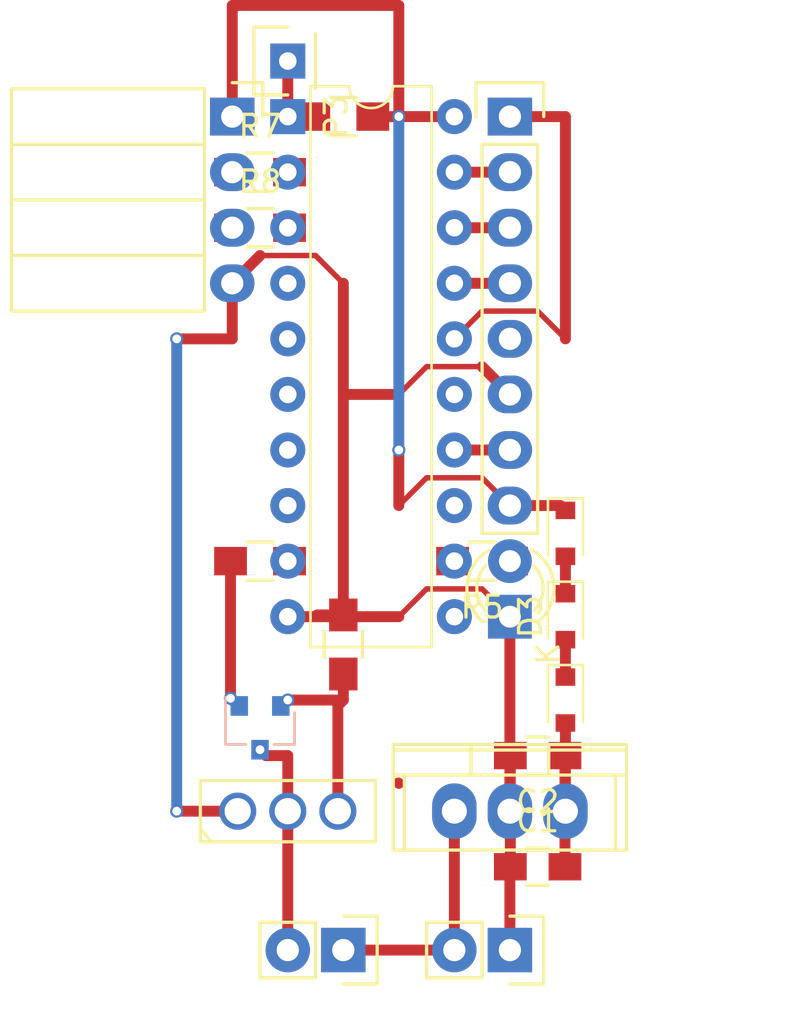
<source format=kicad_pcb>
(kicad_pcb (version 4) (host pcbnew 4.0.4+e1-6308~48~ubuntu16.04.1-stable)

  (general
    (links 39)
    (no_connects 0)
    (area 97.124999 70.125 126.825 123.015)
    (thickness 1.6)
    (drawings 0)
    (tracks 83)
    (zones 0)
    (modules 21)
    (nets 23)
  )

  (page A4)
  (layers
    (0 F.Cu signal)
    (31 B.Cu signal)
    (32 B.Adhes user)
    (33 F.Adhes user)
    (34 B.Paste user)
    (35 F.Paste user)
    (36 B.SilkS user)
    (37 F.SilkS user)
    (38 B.Mask user)
    (39 F.Mask user)
    (40 Dwgs.User user)
    (41 Cmts.User user)
    (42 Eco1.User user)
    (43 Eco2.User user)
    (44 Edge.Cuts user)
    (45 Margin user)
    (46 B.CrtYd user)
    (47 F.CrtYd user)
    (48 B.Fab user)
    (49 F.Fab user)
  )

  (setup
    (last_trace_width 0.25)
    (user_trace_width 0.5)
    (trace_clearance 0.2)
    (zone_clearance 0.508)
    (zone_45_only no)
    (trace_min 0.2)
    (segment_width 0.2)
    (edge_width 0.1)
    (via_size 0.6)
    (via_drill 0.4)
    (via_min_size 0.4)
    (via_min_drill 0.3)
    (uvia_size 0.3)
    (uvia_drill 0.1)
    (uvias_allowed no)
    (uvia_min_size 0.2)
    (uvia_min_drill 0.1)
    (pcb_text_width 0.3)
    (pcb_text_size 1.5 1.5)
    (mod_edge_width 0.15)
    (mod_text_size 1 1)
    (mod_text_width 0.15)
    (pad_size 1.6 1.6)
    (pad_drill 0.8)
    (pad_to_mask_clearance 0)
    (aux_axis_origin 0 0)
    (visible_elements FFFFEF7F)
    (pcbplotparams
      (layerselection 0x00030_80000001)
      (usegerberextensions false)
      (excludeedgelayer true)
      (linewidth 0.100000)
      (plotframeref false)
      (viasonmask false)
      (mode 1)
      (useauxorigin false)
      (hpglpennumber 1)
      (hpglpenspeed 20)
      (hpglpendiameter 15)
      (hpglpenoverlay 2)
      (psnegative false)
      (psa4output false)
      (plotreference true)
      (plotvalue true)
      (plotinvisibletext false)
      (padsonsilk false)
      (subtractmaskfromsilk false)
      (outputformat 1)
      (mirror false)
      (drillshape 0)
      (scaleselection 1)
      (outputdirectory ""))
  )

  (net 0 "")
  (net 1 GNDREF)
  (net 2 "Net-(C1-Pad2)")
  (net 3 "Net-(D1-Pad2)")
  (net 4 "Net-(IC1-Pad1)")
  (net 5 "Net-(IC1-Pad2)")
  (net 6 "Net-(IC1-Pad3)")
  (net 7 +12V)
  (net 8 "Net-(P4-Pad2)")
  (net 9 "Net-(Q1-Pad1)")
  (net 10 "Net-(Q1-Pad2)")
  (net 11 "Net-(IC1-Pad9)")
  (net 12 "Net-(IC1-Pad12)")
  (net 13 "Net-(P3-Pad3)")
  (net 14 "Net-(P3-Pad2)")
  (net 15 "Net-(D2-Pad1)")
  (net 16 "Net-(D3-Pad1)")
  (net 17 "Net-(D4-Pad1)")
  (net 18 "Net-(IC1-Pad14)")
  (net 19 "Net-(IC1-Pad16)")
  (net 20 "Net-(IC1-Pad17)")
  (net 21 "Net-(IC1-Pad18)")
  (net 22 "Net-(IC1-Pad19)")

  (net_class Default "This is the default net class."
    (clearance 0.2)
    (trace_width 0.25)
    (via_dia 0.6)
    (via_drill 0.4)
    (uvia_dia 0.3)
    (uvia_drill 0.1)
    (add_net +12V)
    (add_net GNDREF)
    (add_net "Net-(C1-Pad2)")
    (add_net "Net-(D1-Pad2)")
    (add_net "Net-(D2-Pad1)")
    (add_net "Net-(D3-Pad1)")
    (add_net "Net-(D4-Pad1)")
    (add_net "Net-(IC1-Pad1)")
    (add_net "Net-(IC1-Pad12)")
    (add_net "Net-(IC1-Pad14)")
    (add_net "Net-(IC1-Pad16)")
    (add_net "Net-(IC1-Pad17)")
    (add_net "Net-(IC1-Pad18)")
    (add_net "Net-(IC1-Pad19)")
    (add_net "Net-(IC1-Pad2)")
    (add_net "Net-(IC1-Pad3)")
    (add_net "Net-(IC1-Pad9)")
    (add_net "Net-(P3-Pad2)")
    (add_net "Net-(P3-Pad3)")
    (add_net "Net-(P4-Pad2)")
    (add_net "Net-(Q1-Pad1)")
    (add_net "Net-(Q1-Pad2)")
  )

  (module Socket_Strips:Socket_Strip_Straight_1x08 (layer F.Cu) (tedit 5872ADCB) (tstamp 5872AD92)
    (at 120.65 78.74 270)
    (descr "Through hole socket strip")
    (tags "socket strip")
    (path /5872C970)
    (fp_text reference P6 (at 0 -5.1 270) (layer F.SilkS) hide
      (effects (font (size 1 1) (thickness 0.15)))
    )
    (fp_text value CONN_01X08 (at 0 -3.1 270) (layer F.Fab) hide
      (effects (font (size 1 1) (thickness 0.15)))
    )
    (fp_line (start -1.75 -1.75) (end -1.75 1.75) (layer F.CrtYd) (width 0.05))
    (fp_line (start 19.55 -1.75) (end 19.55 1.75) (layer F.CrtYd) (width 0.05))
    (fp_line (start -1.75 -1.75) (end 19.55 -1.75) (layer F.CrtYd) (width 0.05))
    (fp_line (start -1.75 1.75) (end 19.55 1.75) (layer F.CrtYd) (width 0.05))
    (fp_line (start 1.27 1.27) (end 19.05 1.27) (layer F.SilkS) (width 0.15))
    (fp_line (start 19.05 1.27) (end 19.05 -1.27) (layer F.SilkS) (width 0.15))
    (fp_line (start 19.05 -1.27) (end 1.27 -1.27) (layer F.SilkS) (width 0.15))
    (fp_line (start -1.55 1.55) (end 0 1.55) (layer F.SilkS) (width 0.15))
    (fp_line (start 1.27 1.27) (end 1.27 -1.27) (layer F.SilkS) (width 0.15))
    (fp_line (start 0 -1.55) (end -1.55 -1.55) (layer F.SilkS) (width 0.15))
    (fp_line (start -1.55 -1.55) (end -1.55 1.55) (layer F.SilkS) (width 0.15))
    (pad 1 thru_hole rect (at 0 0 270) (size 1.7272 2.032) (drill 1.016) (layers *.Cu *.Mask)
      (net 19 "Net-(IC1-Pad16)"))
    (pad 2 thru_hole oval (at 2.54 0 270) (size 1.7272 2.032) (drill 1.016) (layers *.Cu *.Mask)
      (net 22 "Net-(IC1-Pad19)"))
    (pad 3 thru_hole oval (at 5.08 0 270) (size 1.7272 2.032) (drill 1.016) (layers *.Cu *.Mask)
      (net 21 "Net-(IC1-Pad18)"))
    (pad 4 thru_hole oval (at 7.62 0 270) (size 1.7272 2.032) (drill 1.016) (layers *.Cu *.Mask)
      (net 20 "Net-(IC1-Pad17)"))
    (pad 5 thru_hole oval (at 10.16 0 270) (size 1.7272 2.032) (drill 1.016) (layers *.Cu *.Mask))
    (pad 6 thru_hole oval (at 12.7 0 270) (size 1.7272 2.032) (drill 1.016) (layers *.Cu *.Mask)
      (net 1 GNDREF))
    (pad 7 thru_hole oval (at 15.24 0 270) (size 1.7272 2.032) (drill 1.016) (layers *.Cu *.Mask)
      (net 18 "Net-(IC1-Pad14)"))
    (pad 8 thru_hole oval (at 17.78 0 270) (size 1.7272 2.032) (drill 1.016) (layers *.Cu *.Mask)
      (net 17 "Net-(D4-Pad1)"))
    (model Socket_Strips.3dshapes/Socket_Strip_Straight_1x08.wrl
      (at (xyz 0.35 0 0))
      (scale (xyz 1 1 1))
      (rotate (xyz 0 0 180))
    )
  )

  (module Capacitors_SMD:C_0805_HandSoldering (layer F.Cu) (tedit 58776683) (tstamp 586CD454)
    (at 121.92 113.03)
    (descr "Capacitor SMD 0805, hand soldering")
    (tags "capacitor 0805")
    (path /586CC9D3)
    (attr smd)
    (fp_text reference C1 (at 0 -2.1) (layer F.SilkS)
      (effects (font (size 1 1) (thickness 0.15)))
    )
    (fp_text value 100n (at 3.81 0) (layer F.Fab)
      (effects (font (size 1 1) (thickness 0.15)))
    )
    (fp_line (start -1 0.625) (end -1 -0.625) (layer F.Fab) (width 0.15))
    (fp_line (start 1 0.625) (end -1 0.625) (layer F.Fab) (width 0.15))
    (fp_line (start 1 -0.625) (end 1 0.625) (layer F.Fab) (width 0.15))
    (fp_line (start -1 -0.625) (end 1 -0.625) (layer F.Fab) (width 0.15))
    (fp_line (start -2.3 -1) (end 2.3 -1) (layer F.CrtYd) (width 0.05))
    (fp_line (start -2.3 1) (end 2.3 1) (layer F.CrtYd) (width 0.05))
    (fp_line (start -2.3 -1) (end -2.3 1) (layer F.CrtYd) (width 0.05))
    (fp_line (start 2.3 -1) (end 2.3 1) (layer F.CrtYd) (width 0.05))
    (fp_line (start 0.5 -0.85) (end -0.5 -0.85) (layer F.SilkS) (width 0.15))
    (fp_line (start -0.5 0.85) (end 0.5 0.85) (layer F.SilkS) (width 0.15))
    (pad 1 smd rect (at -1.25 0) (size 1.5 1.25) (layers F.Cu F.Paste F.Mask)
      (net 1 GNDREF))
    (pad 2 smd rect (at 1.25 0) (size 1.5 1.25) (layers F.Cu F.Paste F.Mask)
      (net 2 "Net-(C1-Pad2)"))
    (model Capacitors_SMD.3dshapes/C_0805_HandSoldering.wrl
      (at (xyz 0 0 0))
      (scale (xyz 1 1 1))
      (rotate (xyz 0 0 0))
    )
  )

  (module Capacitors_SMD:C_0805_HandSoldering (layer F.Cu) (tedit 58776695) (tstamp 586CD464)
    (at 121.92 107.95 180)
    (descr "Capacitor SMD 0805, hand soldering")
    (tags "capacitor 0805")
    (path /586CD52B)
    (attr smd)
    (fp_text reference C2 (at 0 -2.1 180) (layer F.SilkS)
      (effects (font (size 1 1) (thickness 0.15)))
    )
    (fp_text value 10u (at -3.81 0 180) (layer F.Fab)
      (effects (font (size 1 1) (thickness 0.15)))
    )
    (fp_line (start -1 0.625) (end -1 -0.625) (layer F.Fab) (width 0.15))
    (fp_line (start 1 0.625) (end -1 0.625) (layer F.Fab) (width 0.15))
    (fp_line (start 1 -0.625) (end 1 0.625) (layer F.Fab) (width 0.15))
    (fp_line (start -1 -0.625) (end 1 -0.625) (layer F.Fab) (width 0.15))
    (fp_line (start -2.3 -1) (end 2.3 -1) (layer F.CrtYd) (width 0.05))
    (fp_line (start -2.3 1) (end 2.3 1) (layer F.CrtYd) (width 0.05))
    (fp_line (start -2.3 -1) (end -2.3 1) (layer F.CrtYd) (width 0.05))
    (fp_line (start 2.3 -1) (end 2.3 1) (layer F.CrtYd) (width 0.05))
    (fp_line (start 0.5 -0.85) (end -0.5 -0.85) (layer F.SilkS) (width 0.15))
    (fp_line (start -0.5 0.85) (end 0.5 0.85) (layer F.SilkS) (width 0.15))
    (pad 1 smd rect (at -1.25 0 180) (size 1.5 1.25) (layers F.Cu F.Paste F.Mask)
      (net 2 "Net-(C1-Pad2)"))
    (pad 2 smd rect (at 1.25 0 180) (size 1.5 1.25) (layers F.Cu F.Paste F.Mask)
      (net 1 GNDREF))
    (model Capacitors_SMD.3dshapes/C_0805_HandSoldering.wrl
      (at (xyz 0 0 0))
      (scale (xyz 1 1 1))
      (rotate (xyz 0 0 0))
    )
  )

  (module LEDs:LED-3MM (layer F.Cu) (tedit 58776742) (tstamp 586CD475)
    (at 120.65 101.6 90)
    (descr "LED 3mm round vertical")
    (tags "LED  3mm round vertical")
    (path /586CBA72)
    (fp_text reference D1 (at 1.91 3.06 90) (layer F.SilkS) hide
      (effects (font (size 1 1) (thickness 0.15)))
    )
    (fp_text value LED (at -1.27 0 180) (layer F.Fab)
      (effects (font (size 1 1) (thickness 0.15)))
    )
    (fp_line (start -1.2 2.3) (end 3.8 2.3) (layer F.CrtYd) (width 0.05))
    (fp_line (start 3.8 2.3) (end 3.8 -2.2) (layer F.CrtYd) (width 0.05))
    (fp_line (start 3.8 -2.2) (end -1.2 -2.2) (layer F.CrtYd) (width 0.05))
    (fp_line (start -1.2 -2.2) (end -1.2 2.3) (layer F.CrtYd) (width 0.05))
    (fp_line (start -0.199 1.314) (end -0.199 1.114) (layer F.SilkS) (width 0.15))
    (fp_line (start -0.199 -1.28) (end -0.199 -1.1) (layer F.SilkS) (width 0.15))
    (fp_arc (start 1.301 0.034) (end -0.199 -1.286) (angle 108.5) (layer F.SilkS) (width 0.15))
    (fp_arc (start 1.301 0.034) (end 0.25 -1.1) (angle 85.7) (layer F.SilkS) (width 0.15))
    (fp_arc (start 1.311 0.034) (end 3.051 0.994) (angle 110) (layer F.SilkS) (width 0.15))
    (fp_arc (start 1.301 0.034) (end 2.335 1.094) (angle 87.5) (layer F.SilkS) (width 0.15))
    (fp_text user K (at -1.69 1.74 90) (layer F.SilkS)
      (effects (font (size 1 1) (thickness 0.15)))
    )
    (pad 1 thru_hole rect (at 0 0 180) (size 2 2) (drill 1.00076) (layers *.Cu *.Mask)
      (net 1 GNDREF))
    (pad 2 thru_hole circle (at 2.54 0 90) (size 2 2) (drill 1.00076) (layers *.Cu *.Mask)
      (net 3 "Net-(D1-Pad2)"))
    (model LEDs.3dshapes/LED-3MM.wrl
      (at (xyz 0.05 0 0))
      (scale (xyz 1 1 1))
      (rotate (xyz 0 0 90))
    )
  )

  (module Socket_Strips:Socket_Strip_Angled_1x04 (layer F.Cu) (tedit 58776719) (tstamp 586CD4BD)
    (at 107.95 78.74 270)
    (descr "Through hole socket strip")
    (tags "socket strip")
    (path /586CB60B)
    (fp_text reference P3 (at 0 -4.75 270) (layer F.SilkS)
      (effects (font (size 1 1) (thickness 0.15)))
    )
    (fp_text value "UART connector" (at 3.81 7.62 270) (layer F.Fab)
      (effects (font (size 1 1) (thickness 0.15)))
    )
    (fp_line (start -1.75 -1.5) (end -1.75 10.6) (layer F.CrtYd) (width 0.05))
    (fp_line (start 9.4 -1.5) (end 9.4 10.6) (layer F.CrtYd) (width 0.05))
    (fp_line (start -1.75 -1.5) (end 9.4 -1.5) (layer F.CrtYd) (width 0.05))
    (fp_line (start -1.75 10.6) (end 9.4 10.6) (layer F.CrtYd) (width 0.05))
    (fp_line (start 8.89 10.1) (end 8.89 1.27) (layer F.SilkS) (width 0.15))
    (fp_line (start 6.35 10.1) (end 8.89 10.1) (layer F.SilkS) (width 0.15))
    (fp_line (start 6.35 1.27) (end 8.89 1.27) (layer F.SilkS) (width 0.15))
    (fp_line (start 3.81 1.27) (end 6.35 1.27) (layer F.SilkS) (width 0.15))
    (fp_line (start 3.81 10.1) (end 6.35 10.1) (layer F.SilkS) (width 0.15))
    (fp_line (start 6.35 10.1) (end 6.35 1.27) (layer F.SilkS) (width 0.15))
    (fp_line (start 3.81 10.1) (end 3.81 1.27) (layer F.SilkS) (width 0.15))
    (fp_line (start 1.27 10.1) (end 3.81 10.1) (layer F.SilkS) (width 0.15))
    (fp_line (start 1.27 1.27) (end 1.27 10.1) (layer F.SilkS) (width 0.15))
    (fp_line (start 1.27 1.27) (end 3.81 1.27) (layer F.SilkS) (width 0.15))
    (fp_line (start -1.27 1.27) (end 1.27 1.27) (layer F.SilkS) (width 0.15))
    (fp_line (start 0 -1.4) (end -1.55 -1.4) (layer F.SilkS) (width 0.15))
    (fp_line (start -1.55 -1.4) (end -1.55 0) (layer F.SilkS) (width 0.15))
    (fp_line (start -1.27 1.27) (end -1.27 10.1) (layer F.SilkS) (width 0.15))
    (fp_line (start -1.27 10.1) (end 1.27 10.1) (layer F.SilkS) (width 0.15))
    (fp_line (start 1.27 10.1) (end 1.27 1.27) (layer F.SilkS) (width 0.15))
    (pad 1 thru_hole rect (at 0 0 270) (size 1.7272 2.032) (drill 1.016) (layers *.Cu *.Mask)
      (net 17 "Net-(D4-Pad1)"))
    (pad 2 thru_hole oval (at 2.54 0 270) (size 1.7272 2.032) (drill 1.016) (layers *.Cu *.Mask)
      (net 14 "Net-(P3-Pad2)"))
    (pad 3 thru_hole oval (at 5.08 0 270) (size 1.7272 2.032) (drill 1.016) (layers *.Cu *.Mask)
      (net 13 "Net-(P3-Pad3)"))
    (pad 4 thru_hole oval (at 7.62 0 270) (size 1.7272 2.032) (drill 1.016) (layers *.Cu *.Mask)
      (net 1 GNDREF))
    (model Socket_Strips.3dshapes/Socket_Strip_Angled_1x04.wrl
      (at (xyz 0.15 0 0))
      (scale (xyz 1 1 1))
      (rotate (xyz 0 0 180))
    )
  )

  (module Socket_Strips:Socket_Strip_Straight_1x02 (layer F.Cu) (tedit 587766A2) (tstamp 586CD4CE)
    (at 113.03 116.84 180)
    (descr "Through hole socket strip")
    (tags "socket strip")
    (path /586CC392)
    (fp_text reference P4 (at 0 -5.1 180) (layer F.SilkS) hide
      (effects (font (size 1 1) (thickness 0.15)))
    )
    (fp_text value Lock (at 2.54 -2.54 180) (layer F.Fab)
      (effects (font (size 1 1) (thickness 0.15)))
    )
    (fp_line (start -1.55 1.55) (end 0 1.55) (layer F.SilkS) (width 0.15))
    (fp_line (start 3.81 1.27) (end 1.27 1.27) (layer F.SilkS) (width 0.15))
    (fp_line (start -1.75 -1.75) (end -1.75 1.75) (layer F.CrtYd) (width 0.05))
    (fp_line (start 4.3 -1.75) (end 4.3 1.75) (layer F.CrtYd) (width 0.05))
    (fp_line (start -1.75 -1.75) (end 4.3 -1.75) (layer F.CrtYd) (width 0.05))
    (fp_line (start -1.75 1.75) (end 4.3 1.75) (layer F.CrtYd) (width 0.05))
    (fp_line (start 1.27 1.27) (end 1.27 -1.27) (layer F.SilkS) (width 0.15))
    (fp_line (start 0 -1.55) (end -1.55 -1.55) (layer F.SilkS) (width 0.15))
    (fp_line (start -1.55 -1.55) (end -1.55 1.55) (layer F.SilkS) (width 0.15))
    (fp_line (start 1.27 -1.27) (end 3.81 -1.27) (layer F.SilkS) (width 0.15))
    (fp_line (start 3.81 -1.27) (end 3.81 1.27) (layer F.SilkS) (width 0.15))
    (pad 1 thru_hole rect (at 0 0 180) (size 2.032 2.032) (drill 1.016) (layers *.Cu *.Mask)
      (net 7 +12V))
    (pad 2 thru_hole oval (at 2.54 0 180) (size 2.032 2.032) (drill 1.016) (layers *.Cu *.Mask)
      (net 8 "Net-(P4-Pad2)"))
    (model Socket_Strips.3dshapes/Socket_Strip_Straight_1x02.wrl
      (at (xyz 0.05 0 0))
      (scale (xyz 1 1 1))
      (rotate (xyz 0 0 180))
    )
  )

  (module TO_SOT_Packages_SMD:SOT-23 (layer B.Cu) (tedit 5877676F) (tstamp 586CD4E1)
    (at 109.22 106.68 270)
    (descr "SOT-23, Standard")
    (tags SOT-23)
    (path /586CBFDF)
    (attr smd)
    (fp_text reference Q1 (at 0 2.5 270) (layer B.SilkS) hide
      (effects (font (size 1 1) (thickness 0.15)) (justify mirror))
    )
    (fp_text value BC817-40 (at 0 6.35 360) (layer B.CrtYd)
      (effects (font (size 1 1) (thickness 0.15)) (justify mirror))
    )
    (fp_line (start 0.76 -1.58) (end 0.76 -0.65) (layer B.SilkS) (width 0.12))
    (fp_line (start 0.76 1.58) (end 0.76 0.65) (layer B.SilkS) (width 0.12))
    (fp_line (start 0.7 1.52) (end 0.7 -1.52) (layer B.Fab) (width 0.15))
    (fp_line (start -0.7 -1.52) (end 0.7 -1.52) (layer B.Fab) (width 0.15))
    (fp_line (start -1.7 1.75) (end 1.7 1.75) (layer B.CrtYd) (width 0.05))
    (fp_line (start 1.7 1.75) (end 1.7 -1.75) (layer B.CrtYd) (width 0.05))
    (fp_line (start 1.7 -1.75) (end -1.7 -1.75) (layer B.CrtYd) (width 0.05))
    (fp_line (start -1.7 -1.75) (end -1.7 1.75) (layer B.CrtYd) (width 0.05))
    (fp_line (start 0.76 1.58) (end -1.4 1.58) (layer B.SilkS) (width 0.12))
    (fp_line (start -0.7 1.52) (end 0.7 1.52) (layer B.Fab) (width 0.15))
    (fp_line (start -0.7 1.52) (end -0.7 -1.52) (layer B.Fab) (width 0.15))
    (fp_line (start 0.76 -1.58) (end -0.7 -1.58) (layer B.SilkS) (width 0.12))
    (pad 1 smd rect (at -1 0.95 270) (size 0.9 0.8) (layers B.Cu B.Paste B.Mask)
      (net 9 "Net-(Q1-Pad1)"))
    (pad 2 smd rect (at -1 -0.95 270) (size 0.9 0.8) (layers B.Cu B.Paste B.Mask)
      (net 10 "Net-(Q1-Pad2)"))
    (pad 3 smd rect (at 1 0 270) (size 0.9 0.8) (layers B.Cu B.Paste B.Mask)
      (net 8 "Net-(P4-Pad2)"))
    (model TO_SOT_Packages_SMD.3dshapes/SOT-23.wrl
      (at (xyz 0 0 0))
      (scale (xyz 1 1 1))
      (rotate (xyz 0 0 90))
    )
  )

  (module Resistors_SMD:R_0805_HandSoldering (layer F.Cu) (tedit 5872ADD1) (tstamp 586CD511)
    (at 113.03 78.74)
    (descr "Resistor SMD 0805, hand soldering")
    (tags "resistor 0805")
    (path /586CB274)
    (attr smd)
    (fp_text reference R3 (at 0 -2.1) (layer F.SilkS) hide
      (effects (font (size 1 1) (thickness 0.15)))
    )
    (fp_text value 10K (at 0 2.1) (layer F.Fab)
      (effects (font (size 1 1) (thickness 0.15)))
    )
    (fp_line (start -1 0.625) (end -1 -0.625) (layer F.Fab) (width 0.1))
    (fp_line (start 1 0.625) (end -1 0.625) (layer F.Fab) (width 0.1))
    (fp_line (start 1 -0.625) (end 1 0.625) (layer F.Fab) (width 0.1))
    (fp_line (start -1 -0.625) (end 1 -0.625) (layer F.Fab) (width 0.1))
    (fp_line (start -2.4 -1) (end 2.4 -1) (layer F.CrtYd) (width 0.05))
    (fp_line (start -2.4 1) (end 2.4 1) (layer F.CrtYd) (width 0.05))
    (fp_line (start -2.4 -1) (end -2.4 1) (layer F.CrtYd) (width 0.05))
    (fp_line (start 2.4 -1) (end 2.4 1) (layer F.CrtYd) (width 0.05))
    (fp_line (start 0.6 0.875) (end -0.6 0.875) (layer F.SilkS) (width 0.15))
    (fp_line (start -0.6 -0.875) (end 0.6 -0.875) (layer F.SilkS) (width 0.15))
    (pad 1 smd rect (at -1.35 0) (size 1.5 1.3) (layers F.Cu F.Paste F.Mask)
      (net 4 "Net-(IC1-Pad1)"))
    (pad 2 smd rect (at 1.35 0) (size 1.5 1.3) (layers F.Cu F.Paste F.Mask)
      (net 17 "Net-(D4-Pad1)"))
    (model Resistors_SMD.3dshapes/R_0805_HandSoldering.wrl
      (at (xyz 0 0 0))
      (scale (xyz 1 1 1))
      (rotate (xyz 0 0 0))
    )
  )

  (module Resistors_SMD:R_0805_HandSoldering (layer F.Cu) (tedit 587766E1) (tstamp 586CD521)
    (at 109.22 99.06)
    (descr "Resistor SMD 0805, hand soldering")
    (tags "resistor 0805")
    (path /586CBE5D)
    (attr smd)
    (fp_text reference R4 (at 0 -2.1) (layer F.SilkS) hide
      (effects (font (size 1 1) (thickness 0.15)))
    )
    (fp_text value 1K (at -1.27 -1.27) (layer F.Fab)
      (effects (font (size 1 1) (thickness 0.15)))
    )
    (fp_line (start -1 0.625) (end -1 -0.625) (layer F.Fab) (width 0.1))
    (fp_line (start 1 0.625) (end -1 0.625) (layer F.Fab) (width 0.1))
    (fp_line (start 1 -0.625) (end 1 0.625) (layer F.Fab) (width 0.1))
    (fp_line (start -1 -0.625) (end 1 -0.625) (layer F.Fab) (width 0.1))
    (fp_line (start -2.4 -1) (end 2.4 -1) (layer F.CrtYd) (width 0.05))
    (fp_line (start -2.4 1) (end 2.4 1) (layer F.CrtYd) (width 0.05))
    (fp_line (start -2.4 -1) (end -2.4 1) (layer F.CrtYd) (width 0.05))
    (fp_line (start 2.4 -1) (end 2.4 1) (layer F.CrtYd) (width 0.05))
    (fp_line (start 0.6 0.875) (end -0.6 0.875) (layer F.SilkS) (width 0.15))
    (fp_line (start -0.6 -0.875) (end 0.6 -0.875) (layer F.SilkS) (width 0.15))
    (pad 1 smd rect (at -1.35 0) (size 1.5 1.3) (layers F.Cu F.Paste F.Mask)
      (net 9 "Net-(Q1-Pad1)"))
    (pad 2 smd rect (at 1.35 0) (size 1.5 1.3) (layers F.Cu F.Paste F.Mask)
      (net 11 "Net-(IC1-Pad9)"))
    (model Resistors_SMD.3dshapes/R_0805_HandSoldering.wrl
      (at (xyz 0 0 0))
      (scale (xyz 1 1 1))
      (rotate (xyz 0 0 0))
    )
  )

  (module Resistors_SMD:R_0805_HandSoldering (layer F.Cu) (tedit 5877672D) (tstamp 586CD531)
    (at 119.38 99.06 180)
    (descr "Resistor SMD 0805, hand soldering")
    (tags "resistor 0805")
    (path /586CBCA1)
    (attr smd)
    (fp_text reference R5 (at 0 -2.1 180) (layer F.SilkS)
      (effects (font (size 1 1) (thickness 0.15)))
    )
    (fp_text value 220R (at 2.54 0 180) (layer F.Fab)
      (effects (font (size 1 1) (thickness 0.15)))
    )
    (fp_line (start -1 0.625) (end -1 -0.625) (layer F.Fab) (width 0.1))
    (fp_line (start 1 0.625) (end -1 0.625) (layer F.Fab) (width 0.1))
    (fp_line (start 1 -0.625) (end 1 0.625) (layer F.Fab) (width 0.1))
    (fp_line (start -1 -0.625) (end 1 -0.625) (layer F.Fab) (width 0.1))
    (fp_line (start -2.4 -1) (end 2.4 -1) (layer F.CrtYd) (width 0.05))
    (fp_line (start -2.4 1) (end 2.4 1) (layer F.CrtYd) (width 0.05))
    (fp_line (start -2.4 -1) (end -2.4 1) (layer F.CrtYd) (width 0.05))
    (fp_line (start 2.4 -1) (end 2.4 1) (layer F.CrtYd) (width 0.05))
    (fp_line (start 0.6 0.875) (end -0.6 0.875) (layer F.SilkS) (width 0.15))
    (fp_line (start -0.6 -0.875) (end 0.6 -0.875) (layer F.SilkS) (width 0.15))
    (pad 1 smd rect (at -1.35 0 180) (size 1.5 1.3) (layers F.Cu F.Paste F.Mask)
      (net 3 "Net-(D1-Pad2)"))
    (pad 2 smd rect (at 1.35 0 180) (size 1.5 1.3) (layers F.Cu F.Paste F.Mask)
      (net 12 "Net-(IC1-Pad12)"))
    (model Resistors_SMD.3dshapes/R_0805_HandSoldering.wrl
      (at (xyz 0 0 0))
      (scale (xyz 1 1 1))
      (rotate (xyz 0 0 0))
    )
  )

  (module Resistors_SMD:R_0805_HandSoldering (layer F.Cu) (tedit 587766E5) (tstamp 586CD541)
    (at 113.03 102.87 270)
    (descr "Resistor SMD 0805, hand soldering")
    (tags "resistor 0805")
    (path /586CC10A)
    (attr smd)
    (fp_text reference R6 (at 0 -2.1 270) (layer F.SilkS) hide
      (effects (font (size 1 1) (thickness 0.15)))
    )
    (fp_text value 10K (at -3.81 0 270) (layer F.Fab)
      (effects (font (size 1 1) (thickness 0.15)))
    )
    (fp_line (start -1 0.625) (end -1 -0.625) (layer F.Fab) (width 0.1))
    (fp_line (start 1 0.625) (end -1 0.625) (layer F.Fab) (width 0.1))
    (fp_line (start 1 -0.625) (end 1 0.625) (layer F.Fab) (width 0.1))
    (fp_line (start -1 -0.625) (end 1 -0.625) (layer F.Fab) (width 0.1))
    (fp_line (start -2.4 -1) (end 2.4 -1) (layer F.CrtYd) (width 0.05))
    (fp_line (start -2.4 1) (end 2.4 1) (layer F.CrtYd) (width 0.05))
    (fp_line (start -2.4 -1) (end -2.4 1) (layer F.CrtYd) (width 0.05))
    (fp_line (start 2.4 -1) (end 2.4 1) (layer F.CrtYd) (width 0.05))
    (fp_line (start 0.6 0.875) (end -0.6 0.875) (layer F.SilkS) (width 0.15))
    (fp_line (start -0.6 -0.875) (end 0.6 -0.875) (layer F.SilkS) (width 0.15))
    (pad 1 smd rect (at -1.35 0 270) (size 1.5 1.3) (layers F.Cu F.Paste F.Mask)
      (net 1 GNDREF))
    (pad 2 smd rect (at 1.35 0 270) (size 1.5 1.3) (layers F.Cu F.Paste F.Mask)
      (net 10 "Net-(Q1-Pad2)"))
    (model Resistors_SMD.3dshapes/R_0805_HandSoldering.wrl
      (at (xyz 0 0 0))
      (scale (xyz 1 1 1))
      (rotate (xyz 0 0 0))
    )
  )

  (module Housings_DIP:DIP-20_W7.62mm (layer F.Cu) (tedit 5877666B) (tstamp 586CD66F)
    (at 110.49 78.74)
    (descr "20-lead dip package, row spacing 7.62 mm (300 mils)")
    (tags "DIL DIP PDIP 2.54mm 7.62mm 300mil")
    (path /586CAB22)
    (fp_text reference IC1 (at 3.81 -2.39) (layer F.SilkS) hide
      (effects (font (size 1 1) (thickness 0.15)))
    )
    (fp_text value ATTINY2313-P (at 3.81 11.43 90) (layer F.Fab)
      (effects (font (size 1 1) (thickness 0.15)))
    )
    (fp_arc (start 3.81 -1.39) (end 2.81 -1.39) (angle -180) (layer F.SilkS) (width 0.12))
    (fp_line (start 1.635 -1.27) (end 6.985 -1.27) (layer F.Fab) (width 0.1))
    (fp_line (start 6.985 -1.27) (end 6.985 24.13) (layer F.Fab) (width 0.1))
    (fp_line (start 6.985 24.13) (end 0.635 24.13) (layer F.Fab) (width 0.1))
    (fp_line (start 0.635 24.13) (end 0.635 -0.27) (layer F.Fab) (width 0.1))
    (fp_line (start 0.635 -0.27) (end 1.635 -1.27) (layer F.Fab) (width 0.1))
    (fp_line (start 2.81 -1.39) (end 1.04 -1.39) (layer F.SilkS) (width 0.12))
    (fp_line (start 1.04 -1.39) (end 1.04 24.25) (layer F.SilkS) (width 0.12))
    (fp_line (start 1.04 24.25) (end 6.58 24.25) (layer F.SilkS) (width 0.12))
    (fp_line (start 6.58 24.25) (end 6.58 -1.39) (layer F.SilkS) (width 0.12))
    (fp_line (start 6.58 -1.39) (end 4.81 -1.39) (layer F.SilkS) (width 0.12))
    (fp_line (start -1.1 -1.6) (end -1.1 24.4) (layer F.CrtYd) (width 0.05))
    (fp_line (start -1.1 24.4) (end 8.7 24.4) (layer F.CrtYd) (width 0.05))
    (fp_line (start 8.7 24.4) (end 8.7 -1.6) (layer F.CrtYd) (width 0.05))
    (fp_line (start 8.7 -1.6) (end -1.1 -1.6) (layer F.CrtYd) (width 0.05))
    (pad 1 thru_hole rect (at 0 0) (size 1.6 1.6) (drill 0.8) (layers *.Cu *.Mask)
      (net 4 "Net-(IC1-Pad1)"))
    (pad 11 thru_hole oval (at 7.62 22.86) (size 1.6 1.6) (drill 0.8) (layers *.Cu *.Mask))
    (pad 2 thru_hole oval (at 0 2.54) (size 1.6 1.6) (drill 0.8) (layers *.Cu *.Mask)
      (net 5 "Net-(IC1-Pad2)"))
    (pad 12 thru_hole oval (at 7.62 20.32) (size 1.6 1.6) (drill 0.8) (layers *.Cu *.Mask)
      (net 12 "Net-(IC1-Pad12)"))
    (pad 3 thru_hole oval (at 0 5.08) (size 1.6 1.6) (drill 0.8) (layers *.Cu *.Mask)
      (net 6 "Net-(IC1-Pad3)"))
    (pad 13 thru_hole oval (at 7.62 17.78) (size 1.6 1.6) (drill 0.8) (layers *.Cu *.Mask))
    (pad 4 thru_hole oval (at 0 7.62) (size 1.6 1.6) (drill 0.8) (layers *.Cu *.Mask))
    (pad 14 thru_hole oval (at 7.62 15.24) (size 1.6 1.6) (drill 0.8) (layers *.Cu *.Mask)
      (net 18 "Net-(IC1-Pad14)"))
    (pad 5 thru_hole oval (at 0 10.16) (size 1.6 1.6) (drill 0.8) (layers *.Cu *.Mask))
    (pad 15 thru_hole oval (at 7.62 12.7) (size 1.6 1.6) (drill 0.8) (layers *.Cu *.Mask))
    (pad 6 thru_hole oval (at 0 12.7) (size 1.6 1.6) (drill 0.8) (layers *.Cu *.Mask))
    (pad 16 thru_hole oval (at 7.62 10.16) (size 1.6 1.6) (drill 0.8) (layers *.Cu *.Mask)
      (net 19 "Net-(IC1-Pad16)"))
    (pad 7 thru_hole oval (at 0 15.24) (size 1.6 1.6) (drill 0.8) (layers *.Cu *.Mask))
    (pad 17 thru_hole oval (at 7.62 7.62) (size 1.6 1.6) (drill 0.8) (layers *.Cu *.Mask)
      (net 20 "Net-(IC1-Pad17)"))
    (pad 8 thru_hole oval (at 0 17.78) (size 1.6 1.6) (drill 0.8) (layers *.Cu *.Mask))
    (pad 18 thru_hole oval (at 7.62 5.08) (size 1.6 1.6) (drill 0.8) (layers *.Cu *.Mask)
      (net 21 "Net-(IC1-Pad18)"))
    (pad 9 thru_hole oval (at 0 20.32) (size 1.6 1.6) (drill 0.8) (layers *.Cu *.Mask)
      (net 11 "Net-(IC1-Pad9)"))
    (pad 19 thru_hole oval (at 7.62 2.54) (size 1.6 1.6) (drill 0.8) (layers *.Cu *.Mask)
      (net 22 "Net-(IC1-Pad19)"))
    (pad 10 thru_hole oval (at 0 22.86) (size 1.6 1.6) (drill 0.8) (layers *.Cu *.Mask)
      (net 1 GNDREF))
    (pad 20 thru_hole oval (at 7.62 0) (size 1.6 1.6) (drill 0.8) (layers *.Cu *.Mask)
      (net 17 "Net-(D4-Pad1)"))
    (model Housings_DIP.3dshapes/DIP-20_W7.62mm.wrl
      (at (xyz 0 0 0))
      (scale (xyz 1 1 1))
      (rotate (xyz 0 0 0))
    )
  )

  (module Resistors_SMD:R_0805_HandSoldering (layer F.Cu) (tedit 586CD7BC) (tstamp 586CDA99)
    (at 109.22 81.28)
    (descr "Resistor SMD 0805, hand soldering")
    (tags "resistor 0805")
    (path /586CD78B)
    (attr smd)
    (fp_text reference R7 (at 0 -2.1) (layer F.SilkS)
      (effects (font (size 1 1) (thickness 0.15)))
    )
    (fp_text value 220R (at -5.08 0) (layer F.Fab)
      (effects (font (size 1 1) (thickness 0.15)))
    )
    (fp_line (start -1 0.625) (end -1 -0.625) (layer F.Fab) (width 0.1))
    (fp_line (start 1 0.625) (end -1 0.625) (layer F.Fab) (width 0.1))
    (fp_line (start 1 -0.625) (end 1 0.625) (layer F.Fab) (width 0.1))
    (fp_line (start -1 -0.625) (end 1 -0.625) (layer F.Fab) (width 0.1))
    (fp_line (start -2.4 -1) (end 2.4 -1) (layer F.CrtYd) (width 0.05))
    (fp_line (start -2.4 1) (end 2.4 1) (layer F.CrtYd) (width 0.05))
    (fp_line (start -2.4 -1) (end -2.4 1) (layer F.CrtYd) (width 0.05))
    (fp_line (start 2.4 -1) (end 2.4 1) (layer F.CrtYd) (width 0.05))
    (fp_line (start 0.6 0.875) (end -0.6 0.875) (layer F.SilkS) (width 0.15))
    (fp_line (start -0.6 -0.875) (end 0.6 -0.875) (layer F.SilkS) (width 0.15))
    (pad 1 smd rect (at -1.35 0) (size 1.5 1.3) (layers F.Cu F.Paste F.Mask)
      (net 14 "Net-(P3-Pad2)"))
    (pad 2 smd rect (at 1.35 0) (size 1.5 1.3) (layers F.Cu F.Paste F.Mask)
      (net 5 "Net-(IC1-Pad2)"))
    (model Resistors_SMD.3dshapes/R_0805_HandSoldering.wrl
      (at (xyz 0 0 0))
      (scale (xyz 1 1 1))
      (rotate (xyz 0 0 0))
    )
  )

  (module Resistors_SMD:R_0805_HandSoldering (layer F.Cu) (tedit 586CD7B6) (tstamp 586CDAA9)
    (at 109.22 83.82)
    (descr "Resistor SMD 0805, hand soldering")
    (tags "resistor 0805")
    (path /586CD7E9)
    (attr smd)
    (fp_text reference R8 (at 0 -2.1) (layer F.SilkS)
      (effects (font (size 1 1) (thickness 0.15)))
    )
    (fp_text value 220R (at -5.08 0) (layer F.Fab)
      (effects (font (size 1 1) (thickness 0.15)))
    )
    (fp_line (start -1 0.625) (end -1 -0.625) (layer F.Fab) (width 0.1))
    (fp_line (start 1 0.625) (end -1 0.625) (layer F.Fab) (width 0.1))
    (fp_line (start 1 -0.625) (end 1 0.625) (layer F.Fab) (width 0.1))
    (fp_line (start -1 -0.625) (end 1 -0.625) (layer F.Fab) (width 0.1))
    (fp_line (start -2.4 -1) (end 2.4 -1) (layer F.CrtYd) (width 0.05))
    (fp_line (start -2.4 1) (end 2.4 1) (layer F.CrtYd) (width 0.05))
    (fp_line (start -2.4 -1) (end -2.4 1) (layer F.CrtYd) (width 0.05))
    (fp_line (start 2.4 -1) (end 2.4 1) (layer F.CrtYd) (width 0.05))
    (fp_line (start 0.6 0.875) (end -0.6 0.875) (layer F.SilkS) (width 0.15))
    (fp_line (start -0.6 -0.875) (end 0.6 -0.875) (layer F.SilkS) (width 0.15))
    (pad 1 smd rect (at -1.35 0) (size 1.5 1.3) (layers F.Cu F.Paste F.Mask)
      (net 13 "Net-(P3-Pad3)"))
    (pad 2 smd rect (at 1.35 0) (size 1.5 1.3) (layers F.Cu F.Paste F.Mask)
      (net 6 "Net-(IC1-Pad3)"))
    (model Resistors_SMD.3dshapes/R_0805_HandSoldering.wrl
      (at (xyz 0 0 0))
      (scale (xyz 1 1 1))
      (rotate (xyz 0 0 0))
    )
  )

  (module Diodes_SMD:D_0805 (layer F.Cu) (tedit 58776757) (tstamp 586CF1B0)
    (at 123.19 105.41 270)
    (descr "Diode SMD in 0805 package")
    (tags "smd diode")
    (path /586CF54E)
    (attr smd)
    (fp_text reference D2 (at 0 1.6 270) (layer F.SilkS) hide
      (effects (font (size 1 1) (thickness 0.15)))
    )
    (fp_text value D (at 0 -1.6 270) (layer F.Fab) hide
      (effects (font (size 1 1) (thickness 0.15)))
    )
    (fp_line (start -1.6 -0.8) (end -1.6 0.8) (layer F.SilkS) (width 0.12))
    (fp_line (start -1.7 0.88) (end -1.7 -0.88) (layer F.CrtYd) (width 0.05))
    (fp_line (start 1.7 0.88) (end -1.7 0.88) (layer F.CrtYd) (width 0.05))
    (fp_line (start 1.7 -0.88) (end 1.7 0.88) (layer F.CrtYd) (width 0.05))
    (fp_line (start -1.7 -0.88) (end 1.7 -0.88) (layer F.CrtYd) (width 0.05))
    (fp_line (start 0.2 0) (end 0.4 0) (layer F.Fab) (width 0.1))
    (fp_line (start -0.1 0) (end -0.3 0) (layer F.Fab) (width 0.1))
    (fp_line (start -0.1 -0.2) (end -0.1 0.2) (layer F.Fab) (width 0.1))
    (fp_line (start 0.2 0.2) (end 0.2 -0.2) (layer F.Fab) (width 0.1))
    (fp_line (start -0.1 0) (end 0.2 0.2) (layer F.Fab) (width 0.1))
    (fp_line (start 0.2 -0.2) (end -0.1 0) (layer F.Fab) (width 0.1))
    (fp_line (start -1 0.625) (end -1 -0.625) (layer F.Fab) (width 0.12))
    (fp_line (start 1 0.625) (end -1 0.625) (layer F.Fab) (width 0.12))
    (fp_line (start 1 -0.625) (end 1 0.625) (layer F.Fab) (width 0.12))
    (fp_line (start -1 -0.625) (end 1 -0.625) (layer F.Fab) (width 0.12))
    (fp_line (start -1.6 0.8) (end 1 0.8) (layer F.SilkS) (width 0.12))
    (fp_line (start -1.6 -0.8) (end 1 -0.8) (layer F.SilkS) (width 0.12))
    (pad 1 smd rect (at -1.05 0 270) (size 0.8 0.9) (layers F.Cu F.Paste F.Mask)
      (net 15 "Net-(D2-Pad1)"))
    (pad 2 smd rect (at 1.05 0 270) (size 0.8 0.9) (layers F.Cu F.Paste F.Mask)
      (net 2 "Net-(C1-Pad2)"))
  )

  (module Diodes_SMD:D_0805 (layer F.Cu) (tedit 58776754) (tstamp 586CF1C7)
    (at 123.19 101.6 270)
    (descr "Diode SMD in 0805 package")
    (tags "smd diode")
    (path /586CF5BA)
    (attr smd)
    (fp_text reference D3 (at 0 1.6 270) (layer F.SilkS)
      (effects (font (size 1 1) (thickness 0.15)))
    )
    (fp_text value D (at 0 -1.6 270) (layer F.Fab) hide
      (effects (font (size 1 1) (thickness 0.15)))
    )
    (fp_line (start -1.6 -0.8) (end -1.6 0.8) (layer F.SilkS) (width 0.12))
    (fp_line (start -1.7 0.88) (end -1.7 -0.88) (layer F.CrtYd) (width 0.05))
    (fp_line (start 1.7 0.88) (end -1.7 0.88) (layer F.CrtYd) (width 0.05))
    (fp_line (start 1.7 -0.88) (end 1.7 0.88) (layer F.CrtYd) (width 0.05))
    (fp_line (start -1.7 -0.88) (end 1.7 -0.88) (layer F.CrtYd) (width 0.05))
    (fp_line (start 0.2 0) (end 0.4 0) (layer F.Fab) (width 0.1))
    (fp_line (start -0.1 0) (end -0.3 0) (layer F.Fab) (width 0.1))
    (fp_line (start -0.1 -0.2) (end -0.1 0.2) (layer F.Fab) (width 0.1))
    (fp_line (start 0.2 0.2) (end 0.2 -0.2) (layer F.Fab) (width 0.1))
    (fp_line (start -0.1 0) (end 0.2 0.2) (layer F.Fab) (width 0.1))
    (fp_line (start 0.2 -0.2) (end -0.1 0) (layer F.Fab) (width 0.1))
    (fp_line (start -1 0.625) (end -1 -0.625) (layer F.Fab) (width 0.12))
    (fp_line (start 1 0.625) (end -1 0.625) (layer F.Fab) (width 0.12))
    (fp_line (start 1 -0.625) (end 1 0.625) (layer F.Fab) (width 0.12))
    (fp_line (start -1 -0.625) (end 1 -0.625) (layer F.Fab) (width 0.12))
    (fp_line (start -1.6 0.8) (end 1 0.8) (layer F.SilkS) (width 0.12))
    (fp_line (start -1.6 -0.8) (end 1 -0.8) (layer F.SilkS) (width 0.12))
    (pad 1 smd rect (at -1.05 0 270) (size 0.8 0.9) (layers F.Cu F.Paste F.Mask)
      (net 16 "Net-(D3-Pad1)"))
    (pad 2 smd rect (at 1.05 0 270) (size 0.8 0.9) (layers F.Cu F.Paste F.Mask)
      (net 15 "Net-(D2-Pad1)"))
  )

  (module Diodes_SMD:D_0805 (layer F.Cu) (tedit 58776751) (tstamp 586CF1DE)
    (at 123.19 97.79 270)
    (descr "Diode SMD in 0805 package")
    (tags "smd diode")
    (path /586CF610)
    (attr smd)
    (fp_text reference D4 (at 0 1.6 270) (layer F.SilkS) hide
      (effects (font (size 1 1) (thickness 0.15)))
    )
    (fp_text value D (at 0 -1.6 270) (layer F.Fab) hide
      (effects (font (size 1 1) (thickness 0.15)))
    )
    (fp_line (start -1.6 -0.8) (end -1.6 0.8) (layer F.SilkS) (width 0.12))
    (fp_line (start -1.7 0.88) (end -1.7 -0.88) (layer F.CrtYd) (width 0.05))
    (fp_line (start 1.7 0.88) (end -1.7 0.88) (layer F.CrtYd) (width 0.05))
    (fp_line (start 1.7 -0.88) (end 1.7 0.88) (layer F.CrtYd) (width 0.05))
    (fp_line (start -1.7 -0.88) (end 1.7 -0.88) (layer F.CrtYd) (width 0.05))
    (fp_line (start 0.2 0) (end 0.4 0) (layer F.Fab) (width 0.1))
    (fp_line (start -0.1 0) (end -0.3 0) (layer F.Fab) (width 0.1))
    (fp_line (start -0.1 -0.2) (end -0.1 0.2) (layer F.Fab) (width 0.1))
    (fp_line (start 0.2 0.2) (end 0.2 -0.2) (layer F.Fab) (width 0.1))
    (fp_line (start -0.1 0) (end 0.2 0.2) (layer F.Fab) (width 0.1))
    (fp_line (start 0.2 -0.2) (end -0.1 0) (layer F.Fab) (width 0.1))
    (fp_line (start -1 0.625) (end -1 -0.625) (layer F.Fab) (width 0.12))
    (fp_line (start 1 0.625) (end -1 0.625) (layer F.Fab) (width 0.12))
    (fp_line (start 1 -0.625) (end 1 0.625) (layer F.Fab) (width 0.12))
    (fp_line (start -1 -0.625) (end 1 -0.625) (layer F.Fab) (width 0.12))
    (fp_line (start -1.6 0.8) (end 1 0.8) (layer F.SilkS) (width 0.12))
    (fp_line (start -1.6 -0.8) (end 1 -0.8) (layer F.SilkS) (width 0.12))
    (pad 1 smd rect (at -1.05 0 270) (size 0.8 0.9) (layers F.Cu F.Paste F.Mask)
      (net 17 "Net-(D4-Pad1)"))
    (pad 2 smd rect (at 1.05 0 270) (size 0.8 0.9) (layers F.Cu F.Paste F.Mask)
      (net 16 "Net-(D3-Pad1)"))
  )

  (module TO_SOT_Packages_THT:SOT126_SOT32_Housing_Vertical (layer F.Cu) (tedit 587766B1) (tstamp 586D1347)
    (at 110.49 110.49)
    (descr "SOT126, SOT32, Housing, Vertical,")
    (tags "SOT126, SOT32, Housing, Vertical,")
    (path /586D11C3)
    (fp_text reference Q2 (at 0.09906 -3.79984) (layer F.SilkS) hide
      (effects (font (size 1 1) (thickness 0.15)))
    )
    (fp_text value BD237 (at 0.70104 4.30022) (layer F.Fab)
      (effects (font (size 1 1) (thickness 0.15)))
    )
    (fp_line (start -4.0005 0.8001) (end -3.50012 1.39954) (layer F.SilkS) (width 0.15))
    (fp_line (start -4.0005 1.39954) (end 4.0005 1.39954) (layer F.SilkS) (width 0.15))
    (fp_line (start -4.0005 -1.39954) (end 4.0005 -1.39954) (layer F.SilkS) (width 0.15))
    (fp_line (start -4.0005 -1.39954) (end -4.0005 1.39954) (layer F.SilkS) (width 0.15))
    (fp_line (start 4.0005 -1.39954) (end 4.0005 1.39954) (layer F.SilkS) (width 0.15))
    (pad 2 thru_hole circle (at 0 0) (size 1.69926 1.69926) (drill 1.19888) (layers *.Cu *.Mask)
      (net 8 "Net-(P4-Pad2)"))
    (pad 1 thru_hole circle (at -2.29108 0) (size 1.69926 1.69926) (drill 1.19888) (layers *.Cu *.Mask)
      (net 1 GNDREF))
    (pad 3 thru_hole circle (at 2.29108 0) (size 1.69926 1.69926) (drill 1.19888) (layers *.Cu *.Mask)
      (net 10 "Net-(Q1-Pad2)"))
    (model TO_SOT_Packages_THT.3dshapes/SOT126_SOT32_Housing_Vertical.wrl
      (at (xyz 0 0 0))
      (scale (xyz 0.3937 0.3937 0.3937))
      (rotate (xyz 0 0 0))
    )
  )

  (module Power_Integrations:TO-220 (layer F.Cu) (tedit 5877673B) (tstamp 586D1352)
    (at 120.65 110.49)
    (descr "Non Isolated JEDEC TO-220 Package")
    (tags "Power Integration YN Package")
    (path /586CFD86)
    (fp_text reference U1 (at 0 -4.318) (layer F.SilkS) hide
      (effects (font (size 1 1) (thickness 0.15)))
    )
    (fp_text value LM7805CT (at 8.89 0) (layer F.Fab)
      (effects (font (size 1 1) (thickness 0.15)))
    )
    (fp_line (start 4.826 -1.651) (end 4.826 1.778) (layer F.SilkS) (width 0.15))
    (fp_line (start -4.826 -1.651) (end -4.826 1.778) (layer F.SilkS) (width 0.15))
    (fp_line (start 5.334 -2.794) (end -5.334 -2.794) (layer F.SilkS) (width 0.15))
    (fp_line (start 1.778 -1.778) (end 1.778 -3.048) (layer F.SilkS) (width 0.15))
    (fp_line (start -1.778 -1.778) (end -1.778 -3.048) (layer F.SilkS) (width 0.15))
    (fp_line (start -5.334 -1.651) (end 5.334 -1.651) (layer F.SilkS) (width 0.15))
    (fp_line (start 5.334 1.778) (end -5.334 1.778) (layer F.SilkS) (width 0.15))
    (fp_line (start -5.334 -3.048) (end -5.334 1.778) (layer F.SilkS) (width 0.15))
    (fp_line (start 5.334 -3.048) (end 5.334 1.778) (layer F.SilkS) (width 0.15))
    (fp_line (start 5.334 -3.048) (end -5.334 -3.048) (layer F.SilkS) (width 0.15))
    (pad 2 thru_hole oval (at 0 0) (size 2.032 2.54) (drill 1.143) (layers *.Cu *.Mask)
      (net 1 GNDREF))
    (pad 3 thru_hole oval (at 2.54 0) (size 2.032 2.54) (drill 1.143) (layers *.Cu *.Mask)
      (net 2 "Net-(C1-Pad2)"))
    (pad 1 thru_hole oval (at -2.54 0) (size 2.032 2.54) (drill 1.143) (layers *.Cu *.Mask)
      (net 7 +12V))
  )

  (module Socket_Strips:Socket_Strip_Straight_1x01 (layer F.Cu) (tedit 5877662E) (tstamp 5872AD64)
    (at 110.49 76.2)
    (descr "Through hole socket strip")
    (tags "socket strip")
    (path /5872FFF0)
    (fp_text reference P1 (at 0 -5.1) (layer F.SilkS) hide
      (effects (font (size 1 1) (thickness 0.15)))
    )
    (fp_text value RST (at 2.54 0) (layer F.Fab)
      (effects (font (size 1 1) (thickness 0.15)))
    )
    (fp_line (start -1.75 -1.75) (end -1.75 1.75) (layer F.CrtYd) (width 0.05))
    (fp_line (start 1.75 -1.75) (end 1.75 1.75) (layer F.CrtYd) (width 0.05))
    (fp_line (start -1.75 -1.75) (end 1.75 -1.75) (layer F.CrtYd) (width 0.05))
    (fp_line (start -1.75 1.75) (end 1.75 1.75) (layer F.CrtYd) (width 0.05))
    (fp_line (start 1.27 1.27) (end 1.27 -1.27) (layer F.SilkS) (width 0.15))
    (fp_line (start -1.55 -1.55) (end 0 -1.55) (layer F.SilkS) (width 0.15))
    (fp_line (start -1.55 -1.55) (end -1.55 1.55) (layer F.SilkS) (width 0.15))
    (fp_line (start -1.55 1.55) (end 0 1.55) (layer F.SilkS) (width 0.15))
    (pad 1 thru_hole rect (at 0 0) (size 1.6 1.6) (drill 0.8) (layers *.Cu *.Mask)
      (net 4 "Net-(IC1-Pad1)"))
    (model Socket_Strips.3dshapes/Socket_Strip_Straight_1x01.wrl
      (at (xyz 0 0 0))
      (scale (xyz 1 1 1))
      (rotate (xyz 0 0 180))
    )
  )

  (module Socket_Strips:Socket_Strip_Straight_1x02 (layer F.Cu) (tedit 587766A4) (tstamp 5872ADA3)
    (at 120.65 116.84 180)
    (descr "Through hole socket strip")
    (tags "socket strip")
    (path /587306FF)
    (fp_text reference P7 (at 0 -5.1 180) (layer F.SilkS) hide
      (effects (font (size 1 1) (thickness 0.15)))
    )
    (fp_text value "+12V PWR" (at 0 -2.54 180) (layer F.Fab)
      (effects (font (size 1 1) (thickness 0.15)))
    )
    (fp_line (start -1.55 1.55) (end 0 1.55) (layer F.SilkS) (width 0.15))
    (fp_line (start 3.81 1.27) (end 1.27 1.27) (layer F.SilkS) (width 0.15))
    (fp_line (start -1.75 -1.75) (end -1.75 1.75) (layer F.CrtYd) (width 0.05))
    (fp_line (start 4.3 -1.75) (end 4.3 1.75) (layer F.CrtYd) (width 0.05))
    (fp_line (start -1.75 -1.75) (end 4.3 -1.75) (layer F.CrtYd) (width 0.05))
    (fp_line (start -1.75 1.75) (end 4.3 1.75) (layer F.CrtYd) (width 0.05))
    (fp_line (start 1.27 1.27) (end 1.27 -1.27) (layer F.SilkS) (width 0.15))
    (fp_line (start 0 -1.55) (end -1.55 -1.55) (layer F.SilkS) (width 0.15))
    (fp_line (start -1.55 -1.55) (end -1.55 1.55) (layer F.SilkS) (width 0.15))
    (fp_line (start 1.27 -1.27) (end 3.81 -1.27) (layer F.SilkS) (width 0.15))
    (fp_line (start 3.81 -1.27) (end 3.81 1.27) (layer F.SilkS) (width 0.15))
    (pad 1 thru_hole rect (at 0 0 180) (size 2.032 2.032) (drill 1.016) (layers *.Cu *.Mask)
      (net 1 GNDREF))
    (pad 2 thru_hole oval (at 2.54 0 180) (size 2.032 2.032) (drill 1.016) (layers *.Cu *.Mask)
      (net 7 +12V))
    (model Socket_Strips.3dshapes/Socket_Strip_Straight_1x02.wrl
      (at (xyz 0.05 0 0))
      (scale (xyz 1 1 1))
      (rotate (xyz 0 0 180))
    )
  )

  (segment (start 115.55 109.2) (end 115.57 109.22) (width 0.5) (layer F.Cu) (net 0) (tstamp 586CF32D))
  (segment (start 120.65 116.84) (end 120.65 113.05) (width 0.5) (layer F.Cu) (net 1))
  (segment (start 120.65 113.05) (end 120.67 113.03) (width 0.25) (layer F.Cu) (net 1) (tstamp 5872AE01))
  (segment (start 108.19892 110.49) (end 105.41 110.49) (width 0.5) (layer F.Cu) (net 1))
  (segment (start 107.95 88.9) (end 107.95 86.36) (width 0.5) (layer F.Cu) (net 1) (tstamp 586D14B7))
  (segment (start 105.41 88.9) (end 107.95 88.9) (width 0.5) (layer F.Cu) (net 1) (tstamp 586D14B6))
  (via (at 105.41 88.9) (size 0.6) (drill 0.4) (layers F.Cu B.Cu) (net 1))
  (segment (start 105.41 110.49) (end 105.41 88.9) (width 0.5) (layer B.Cu) (net 1) (tstamp 586D14B3))
  (via (at 105.41 110.49) (size 0.6) (drill 0.4) (layers F.Cu B.Cu) (net 1))
  (segment (start 113.03 101.52) (end 111.84 101.52) (width 0.5) (layer F.Cu) (net 1))
  (segment (start 111.84 101.52) (end 111.76 101.6) (width 0.5) (layer F.Cu) (net 1) (tstamp 586D149D))
  (segment (start 120.67 113.03) (end 120.67 110.51) (width 0.5) (layer F.Cu) (net 1))
  (segment (start 120.67 110.51) (end 120.65 110.49) (width 0.5) (layer F.Cu) (net 1) (tstamp 586D1415))
  (segment (start 120.67 107.95) (end 120.67 110.47) (width 0.5) (layer F.Cu) (net 1))
  (segment (start 120.67 110.47) (end 120.65 110.49) (width 0.5) (layer F.Cu) (net 1) (tstamp 586D13FF))
  (segment (start 120.65 110.49) (end 120.65 101.6) (width 0.5) (layer F.Cu) (net 1))
  (segment (start 113.03 101.6) (end 115.57 101.6) (width 0.5) (layer F.Cu) (net 1))
  (segment (start 119.38 100.33) (end 120.65 101.6) (width 0.25) (layer F.Cu) (net 1) (tstamp 586CF340))
  (segment (start 116.84 100.33) (end 119.38 100.33) (width 0.25) (layer F.Cu) (net 1) (tstamp 586CF33F))
  (segment (start 115.57 101.6) (end 116.84 100.33) (width 0.25) (layer F.Cu) (net 1) (tstamp 586CF33E))
  (segment (start 113.03 91.44) (end 113.03 86.36) (width 0.5) (layer F.Cu) (net 1))
  (segment (start 113.03 86.36) (end 111.76 85.09) (width 0.25) (layer F.Cu) (net 1) (tstamp 586CDEAA))
  (segment (start 111.76 85.09) (end 109.22 85.09) (width 0.25) (layer F.Cu) (net 1) (tstamp 586CDEAC))
  (segment (start 109.22 85.09) (end 107.95 86.36) (width 0.5) (layer F.Cu) (net 1) (tstamp 586CDEB1))
  (segment (start 113.03 101.6) (end 111.76 101.6) (width 0.5) (layer F.Cu) (net 1) (tstamp 586CD92A))
  (segment (start 111.76 101.6) (end 110.49 101.6) (width 0.5) (layer F.Cu) (net 1) (tstamp 586D14A0))
  (segment (start 113.03 91.44) (end 113.03 101.6) (width 0.5) (layer F.Cu) (net 1) (tstamp 586CD929))
  (segment (start 115.57 91.44) (end 113.03 91.44) (width 0.5) (layer F.Cu) (net 1) (tstamp 586CD928))
  (segment (start 116.84 90.17) (end 115.57 91.44) (width 0.25) (layer F.Cu) (net 1) (tstamp 586CD927))
  (segment (start 119.38 90.17) (end 116.84 90.17) (width 0.25) (layer F.Cu) (net 1) (tstamp 586CD926))
  (segment (start 120.65 91.44) (end 119.38 90.17) (width 0.5) (layer F.Cu) (net 1))
  (segment (start 123.17 113.03) (end 123.17 110.51) (width 0.5) (layer F.Cu) (net 2))
  (segment (start 123.17 110.51) (end 123.19 110.49) (width 0.5) (layer F.Cu) (net 2) (tstamp 586D1412))
  (segment (start 123.17 107.95) (end 123.17 110.47) (width 0.5) (layer F.Cu) (net 2))
  (segment (start 123.17 110.47) (end 123.19 110.49) (width 0.5) (layer F.Cu) (net 2) (tstamp 586D13FC))
  (segment (start 123.19 110.49) (end 123.19 106.46) (width 0.5) (layer F.Cu) (net 2))
  (segment (start 110.49 76.2) (end 110.49 78.74) (width 0.5) (layer F.Cu) (net 4))
  (segment (start 110.49 78.74) (end 111.68 78.74) (width 0.5) (layer F.Cu) (net 4))
  (segment (start 113.03 116.84) (end 118.11 116.84) (width 0.5) (layer F.Cu) (net 7))
  (segment (start 118.11 116.84) (end 118.11 110.49) (width 0.5) (layer F.Cu) (net 7) (tstamp 586D14CD))
  (segment (start 110.49 110.49) (end 110.49 116.84) (width 0.5) (layer F.Cu) (net 8))
  (via (at 109.22 107.68) (size 0.6) (drill 0.4) (layers F.Cu B.Cu) (net 8))
  (segment (start 110.49 110.49) (end 110.49 107.95) (width 0.5) (layer F.Cu) (net 8) (tstamp 586D14A7))
  (segment (start 109.49 107.95) (end 110.49 107.95) (width 0.5) (layer F.Cu) (net 8) (tstamp 586D14A6))
  (segment (start 109.49 107.95) (end 109.22 107.68) (width 0.5) (layer F.Cu) (net 8) (tstamp 586D14A5))
  (via (at 107.87 105.33) (size 0.6) (drill 0.4) (layers F.Cu B.Cu) (net 9))
  (segment (start 107.87 105.33) (end 108.22 105.68) (width 0.5) (layer B.Cu) (net 9) (tstamp 586D1469))
  (segment (start 108.22 105.68) (end 108.27 105.68) (width 0.5) (layer B.Cu) (net 9) (tstamp 586D146A))
  (segment (start 107.87 99.06) (end 107.87 105.33) (width 0.5) (layer F.Cu) (net 9))
  (segment (start 107.87 105.33) (end 107.95 105.41) (width 0.5) (layer F.Cu) (net 9) (tstamp 586D1465))
  (segment (start 113.03 104.22) (end 113.03 105.41) (width 0.5) (layer F.Cu) (net 10))
  (segment (start 110.17 105.68) (end 110.22 105.68) (width 0.5) (layer B.Cu) (net 10))
  (segment (start 110.22 105.68) (end 110.49 105.41) (width 0.5) (layer B.Cu) (net 10) (tstamp 586D1486))
  (via (at 110.49 105.41) (size 0.6) (drill 0.4) (layers F.Cu B.Cu) (net 10))
  (segment (start 110.49 105.41) (end 113.03 105.41) (width 0.5) (layer F.Cu) (net 10) (tstamp 586D1488))
  (segment (start 113.03 105.41) (end 112.78108 105.65892) (width 0.5) (layer F.Cu) (net 10) (tstamp 586D1489))
  (segment (start 112.78108 105.65892) (end 112.78108 110.49) (width 0.5) (layer F.Cu) (net 10) (tstamp 586D148A))
  (segment (start 123.19 102.65) (end 123.19 104.36) (width 0.5) (layer F.Cu) (net 15))
  (segment (start 123.19 100.55) (end 123.19 98.84) (width 0.5) (layer F.Cu) (net 16))
  (segment (start 115.57 78.74) (end 118.11 78.74) (width 0.5) (layer F.Cu) (net 17) (tstamp 586CD937))
  (segment (start 115.57 93.98) (end 115.57 78.74) (width 0.5) (layer B.Cu) (net 17) (tstamp 586CD932))
  (via (at 115.57 78.74) (size 0.6) (drill 0.4) (layers F.Cu B.Cu) (net 17))
  (segment (start 115.57 96.52) (end 115.57 93.98) (width 0.5) (layer F.Cu) (net 17) (tstamp 586CF3A9))
  (via (at 115.57 93.98) (size 0.6) (drill 0.4) (layers F.Cu B.Cu) (net 17))
  (segment (start 116.84 95.25) (end 115.57 96.52) (width 0.25) (layer F.Cu) (net 17))
  (segment (start 115.57 73.66) (end 115.57 78.74) (width 0.5) (layer F.Cu) (net 17))
  (segment (start 115.57 73.66) (end 107.95 73.66) (width 0.5) (layer F.Cu) (net 17) (tstamp 586CD968))
  (segment (start 107.95 78.74) (end 107.95 73.66) (width 0.5) (layer F.Cu) (net 17))
  (segment (start 114.38 78.74) (end 115.57 78.74) (width 0.5) (layer F.Cu) (net 17))
  (segment (start 122.97 96.52) (end 123.19 96.74) (width 0.25) (layer F.Cu) (net 17) (tstamp 586D137D))
  (segment (start 116.84 95.25) (end 116.84 95.25) (width 0.25) (layer F.Cu) (net 17) (tstamp 586CD92E))
  (segment (start 119.38 95.25) (end 116.84 95.25) (width 0.25) (layer F.Cu) (net 17) (tstamp 586CD92D))
  (segment (start 120.65 96.52) (end 122.97 96.52) (width 0.5) (layer F.Cu) (net 17))
  (segment (start 120.65 96.52) (end 119.38 95.25) (width 0.25) (layer F.Cu) (net 17))
  (segment (start 118.11 93.98) (end 120.65 93.98) (width 0.5) (layer F.Cu) (net 18))
  (segment (start 119.38 87.63) (end 118.11 88.9) (width 0.25) (layer F.Cu) (net 19) (tstamp 586CDE9F))
  (segment (start 121.92 87.63) (end 119.38 87.63) (width 0.25) (layer F.Cu) (net 19) (tstamp 586CDE99))
  (segment (start 123.19 88.9) (end 121.92 87.63) (width 0.25) (layer F.Cu) (net 19) (tstamp 586CDE98))
  (segment (start 123.19 78.74) (end 123.19 88.9) (width 0.5) (layer F.Cu) (net 19) (tstamp 586CDE97))
  (segment (start 120.65 78.74) (end 123.19 78.74) (width 0.5) (layer F.Cu) (net 19))
  (segment (start 118.11 86.36) (end 120.65 86.36) (width 0.5) (layer F.Cu) (net 20))
  (segment (start 118.11 83.82) (end 120.65 83.82) (width 0.5) (layer F.Cu) (net 21))
  (segment (start 118.11 81.28) (end 120.65 81.28) (width 0.5) (layer F.Cu) (net 22))

)

</source>
